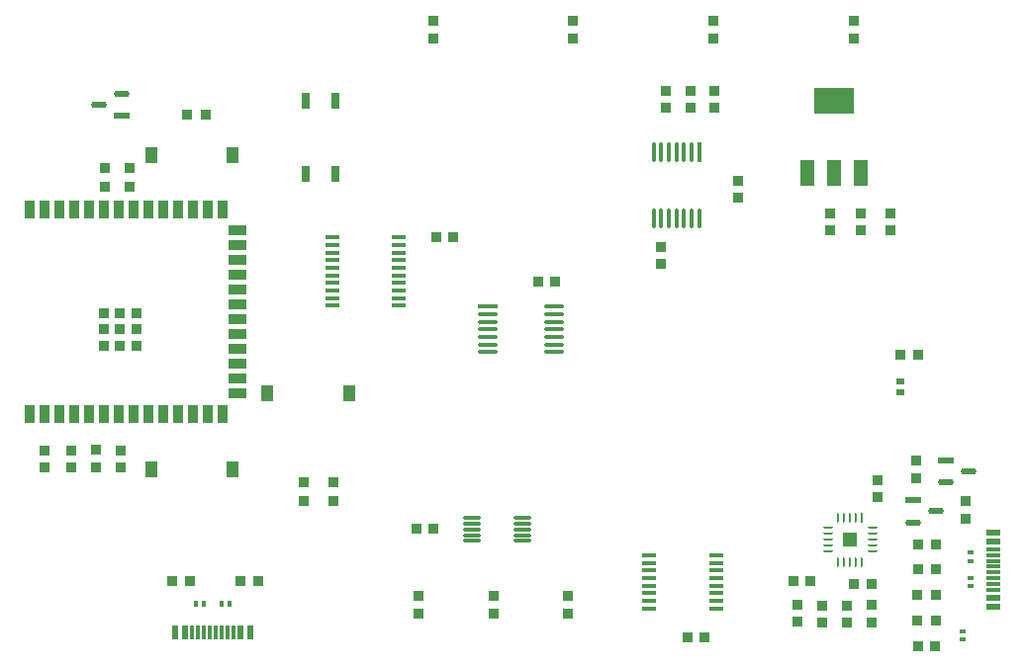
<source format=gbr>
%TF.GenerationSoftware,Altium Limited,Altium Designer,25.8.1 (18)*%
G04 Layer_Color=8421504*
%FSLAX45Y45*%
%MOMM*%
%TF.SameCoordinates,86462A3C-2A55-4F76-B35D-D1350583A7ED*%
%TF.FilePolarity,Positive*%
%TF.FileFunction,Paste,Top*%
%TF.Part,Single*%
G01*
G75*
%TA.AperFunction,SMDPad,CuDef*%
G04:AMPARAMS|DCode=10|XSize=1.65543mm|YSize=0.38077mm|CornerRadius=0.19038mm|HoleSize=0mm|Usage=FLASHONLY|Rotation=0.000|XOffset=0mm|YOffset=0mm|HoleType=Round|Shape=RoundedRectangle|*
%AMROUNDEDRECTD10*
21,1,1.65543,0.00000,0,0,0.0*
21,1,1.27467,0.38077,0,0,0.0*
1,1,0.38077,0.63733,0.00000*
1,1,0.38077,-0.63733,0.00000*
1,1,0.38077,-0.63733,0.00000*
1,1,0.38077,0.63733,0.00000*
%
%ADD10ROUNDEDRECTD10*%
%ADD11R,1.65543X0.38077*%
%ADD12R,0.91213X0.85872*%
%ADD13R,0.95814X0.91213*%
%ADD14R,0.91213X0.95814*%
%ADD15R,0.90000X1.50000*%
G04:AMPARAMS|DCode=16|XSize=1.45mm|YSize=0.3mm|CornerRadius=0.0495mm|HoleSize=0mm|Usage=FLASHONLY|Rotation=180.000|XOffset=0mm|YOffset=0mm|HoleType=Round|Shape=RoundedRectangle|*
%AMROUNDEDRECTD16*
21,1,1.45000,0.20100,0,0,180.0*
21,1,1.35100,0.30000,0,0,180.0*
1,1,0.09900,-0.67550,0.10050*
1,1,0.09900,0.67550,0.10050*
1,1,0.09900,0.67550,-0.10050*
1,1,0.09900,-0.67550,-0.10050*
%
%ADD16ROUNDEDRECTD16*%
%ADD17R,0.85872X0.91213*%
%ADD18R,1.50000X0.90000*%
%TA.AperFunction,BGAPad,CuDef*%
%ADD19R,0.90000X0.90000*%
%TA.AperFunction,SMDPad,CuDef*%
G04:AMPARAMS|DCode=20|XSize=0.4mm|YSize=1.2mm|CornerRadius=0.05mm|HoleSize=0mm|Usage=FLASHONLY|Rotation=270.000|XOffset=0mm|YOffset=0mm|HoleType=Round|Shape=RoundedRectangle|*
%AMROUNDEDRECTD20*
21,1,0.40000,1.10000,0,0,270.0*
21,1,0.30000,1.20000,0,0,270.0*
1,1,0.10000,-0.55000,-0.15000*
1,1,0.10000,-0.55000,0.15000*
1,1,0.10000,0.55000,0.15000*
1,1,0.10000,0.55000,-0.15000*
%
%ADD20ROUNDEDRECTD20*%
%ADD21R,0.24247X0.83971*%
%ADD22R,1.00000X1.40000*%
%ADD23R,0.30000X1.15000*%
G04:AMPARAMS|DCode=25|XSize=1.35712mm|YSize=0.57213mm|CornerRadius=0.28606mm|HoleSize=0mm|Usage=FLASHONLY|Rotation=0.000|XOffset=0mm|YOffset=0mm|HoleType=Round|Shape=RoundedRectangle|*
%AMROUNDEDRECTD25*
21,1,1.35712,0.00000,0,0,0.0*
21,1,0.78499,0.57213,0,0,0.0*
1,1,0.57213,0.39250,0.00000*
1,1,0.57213,-0.39250,0.00000*
1,1,0.57213,-0.39250,0.00000*
1,1,0.57213,0.39250,0.00000*
%
%ADD25ROUNDEDRECTD25*%
G04:AMPARAMS|DCode=26|XSize=0.24247mm|YSize=0.83971mm|CornerRadius=0.12124mm|HoleSize=0mm|Usage=FLASHONLY|Rotation=270.000|XOffset=0mm|YOffset=0mm|HoleType=Round|Shape=RoundedRectangle|*
%AMROUNDEDRECTD26*
21,1,0.24247,0.59723,0,0,270.0*
21,1,0.00000,0.83971,0,0,270.0*
1,1,0.24247,-0.29862,0.00000*
1,1,0.24247,-0.29862,0.00000*
1,1,0.24247,0.29862,0.00000*
1,1,0.24247,0.29862,0.00000*
%
%ADD26ROUNDEDRECTD26*%
%ADD27R,1.35712X0.57213*%
G04:AMPARAMS|DCode=28|XSize=1.65543mm|YSize=0.38077mm|CornerRadius=0.19038mm|HoleSize=0mm|Usage=FLASHONLY|Rotation=270.000|XOffset=0mm|YOffset=0mm|HoleType=Round|Shape=RoundedRectangle|*
%AMROUNDEDRECTD28*
21,1,1.65543,0.00000,0,0,270.0*
21,1,1.27467,0.38077,0,0,270.0*
1,1,0.38077,0.00000,-0.63733*
1,1,0.38077,0.00000,0.63733*
1,1,0.38077,0.00000,0.63733*
1,1,0.38077,0.00000,-0.63733*
%
%ADD28ROUNDEDRECTD28*%
%TA.AperFunction,ConnectorPad*%
%ADD29R,1.15000X0.30000*%
%ADD30R,1.15000X0.60000*%
%TA.AperFunction,SMDPad,CuDef*%
G04:AMPARAMS|DCode=32|XSize=0.83971mm|YSize=0.24247mm|CornerRadius=0.12124mm|HoleSize=0mm|Usage=FLASHONLY|Rotation=270.000|XOffset=0mm|YOffset=0mm|HoleType=Round|Shape=RoundedRectangle|*
%AMROUNDEDRECTD32*
21,1,0.83971,0.00000,0,0,270.0*
21,1,0.59723,0.24247,0,0,270.0*
1,1,0.24247,0.00000,-0.29862*
1,1,0.24247,0.00000,0.29862*
1,1,0.24247,0.00000,0.29862*
1,1,0.24247,0.00000,-0.29862*
%
%ADD32ROUNDEDRECTD32*%
%ADD33R,1.20000X2.20000*%
%ADD34R,0.80000X1.45000*%
%ADD35R,0.70000X0.60000*%
%ADD36R,3.50000X2.20000*%
%ADD38R,0.60000X1.15000*%
%ADD39R,0.38077X1.65543*%
%TA.AperFunction,NonConductor*%
%ADD113R,1.29652X1.29652*%
%TA.AperFunction,SMDPad,CuDef*%
%ADD114R,0.30000X0.60000*%
%ADD115R,0.60000X0.30000*%
D10*
X4613238Y11757080D02*
D03*
Y11692080D02*
D03*
Y11627080D02*
D03*
Y11562080D02*
D03*
Y11497080D02*
D03*
Y11432080D02*
D03*
Y11367080D02*
D03*
X4048162D02*
D03*
Y11432080D02*
D03*
Y11497080D02*
D03*
Y11562080D02*
D03*
Y11627080D02*
D03*
Y11692080D02*
D03*
D11*
Y11757080D02*
D03*
D12*
X698500Y10376972D02*
D03*
X2733040Y10095032D02*
D03*
X2471420D02*
D03*
X3459480Y9282633D02*
D03*
X4097020D02*
D03*
X4732020Y9280093D02*
D03*
X2733040Y10250373D02*
D03*
X2471420D02*
D03*
X988060Y12787429D02*
D03*
X769620D02*
D03*
X698500Y10532313D02*
D03*
X8137083Y10095433D02*
D03*
Y9940092D02*
D03*
X7719060Y10442387D02*
D03*
Y10287046D02*
D03*
X7183120Y14052351D02*
D03*
X5981700D02*
D03*
X4780280D02*
D03*
X3583940D02*
D03*
X7332980Y9048552D02*
D03*
X988060Y12942770D02*
D03*
X3583940Y14207693D02*
D03*
X7183120D02*
D03*
X7332980Y9203893D02*
D03*
X4780280Y14207693D02*
D03*
X5981700D02*
D03*
X769620Y12942770D02*
D03*
X3459480Y9127292D02*
D03*
X4097020D02*
D03*
X4732020Y9124752D02*
D03*
D13*
X3582980Y9852660D02*
D03*
X4626920Y11968480D02*
D03*
X4481520D02*
D03*
X3605220Y12349480D02*
D03*
X5756600Y8923020D02*
D03*
X7875580Y8851900D02*
D03*
X7730180D02*
D03*
X6668460Y9403080D02*
D03*
X3750620Y12349480D02*
D03*
X3437580Y9852660D02*
D03*
X5902000Y8923020D02*
D03*
X6813860Y9403080D02*
D03*
D14*
X259080Y10524797D02*
D03*
X485140Y10527340D02*
D03*
X911860Y10524800D02*
D03*
X6192520Y12836200D02*
D03*
X6977380Y12554260D02*
D03*
X7122160Y9198920D02*
D03*
X6913880Y9198919D02*
D03*
X6700520Y9201460D02*
D03*
X6977380Y12408860D02*
D03*
X7495540D02*
D03*
X7239000D02*
D03*
X5989320Y13605820D02*
D03*
X5783580D02*
D03*
X6192520Y12690800D02*
D03*
X7386320Y10273340D02*
D03*
X5577840Y13605820D02*
D03*
X5534660Y12121841D02*
D03*
X6913880Y9053520D02*
D03*
X7122160Y9053520D02*
D03*
X6700520Y9056060D02*
D03*
X911860Y10379400D02*
D03*
X485140Y10381940D02*
D03*
X259080Y10379403D02*
D03*
X5534660Y12267239D02*
D03*
X7239000Y12554260D02*
D03*
X7495540D02*
D03*
X7386320Y10127940D02*
D03*
X5989320Y13460422D02*
D03*
X5783580D02*
D03*
X5577840D02*
D03*
D15*
X256403Y10838200D02*
D03*
X383403D02*
D03*
X510403D02*
D03*
X637403D02*
D03*
X764403D02*
D03*
X891403D02*
D03*
X1018403D02*
D03*
X1145403D02*
D03*
X1272403D02*
D03*
X1399403D02*
D03*
X1526403D02*
D03*
X1653403D02*
D03*
X1780403D02*
D03*
X1653403Y12588199D02*
D03*
X1526403D02*
D03*
X1399403D02*
D03*
X1272403D02*
D03*
X1145403D02*
D03*
X1018403D02*
D03*
X891403D02*
D03*
X764403D02*
D03*
X510403D02*
D03*
X383403D02*
D03*
X256403D02*
D03*
X637403D02*
D03*
X1780403D02*
D03*
X129403Y10838200D02*
D03*
Y12588199D02*
D03*
D16*
X3910040Y9850120D02*
D03*
Y9750120D02*
D03*
Y9800123D02*
D03*
X4350040Y9850120D02*
D03*
X3910040Y9900122D02*
D03*
Y9950120D02*
D03*
X4350040D02*
D03*
Y9900122D02*
D03*
Y9800123D02*
D03*
Y9750120D02*
D03*
D17*
X7735768Y11348720D02*
D03*
X1479352Y13406120D02*
D03*
X7727752Y9291320D02*
D03*
X7730289Y9509760D02*
D03*
X7885631D02*
D03*
X7883093Y9291320D02*
D03*
X7885633Y9723120D02*
D03*
X7883093Y9070340D02*
D03*
X7336993Y9385300D02*
D03*
X7181652D02*
D03*
X7580427Y11348720D02*
D03*
X7730292Y9723120D02*
D03*
X7727752Y9070340D02*
D03*
X1934007Y9403639D02*
D03*
X1505148D02*
D03*
X1634693Y13406120D02*
D03*
X2089348Y9403639D02*
D03*
X1349807D02*
D03*
D18*
X1905401Y11014700D02*
D03*
Y11141700D02*
D03*
Y11268700D02*
D03*
Y11395700D02*
D03*
Y11522700D02*
D03*
Y11649700D02*
D03*
Y11776700D02*
D03*
Y11903700D02*
D03*
Y12030700D02*
D03*
Y12157700D02*
D03*
Y12284700D02*
D03*
Y12411700D02*
D03*
D19*
X761401Y11423198D02*
D03*
X901400D02*
D03*
X761401Y11703202D02*
D03*
Y11563198D02*
D03*
X901400Y11703202D02*
D03*
Y11563198D02*
D03*
X1041400D02*
D03*
Y11423198D02*
D03*
Y11703202D02*
D03*
D20*
X5432542Y9563039D02*
D03*
Y9498040D02*
D03*
X3287278Y11894881D02*
D03*
X2717282Y12024878D02*
D03*
Y12284878D02*
D03*
X3287278Y11764879D02*
D03*
X2717282Y11894881D02*
D03*
Y12154880D02*
D03*
X3287278Y12349881D02*
D03*
X5432542Y9173042D02*
D03*
X2717282Y12219879D02*
D03*
Y12089882D02*
D03*
Y11959880D02*
D03*
Y11829882D02*
D03*
X3287278Y12219879D02*
D03*
Y12154880D02*
D03*
Y12089882D02*
D03*
Y12024878D02*
D03*
Y11959880D02*
D03*
Y11829882D02*
D03*
X2717282Y12349881D02*
D03*
X3287278Y12284878D02*
D03*
X2717282Y11764879D02*
D03*
X6002538Y9628043D02*
D03*
Y9563039D02*
D03*
Y9498040D02*
D03*
X5432542Y9628043D02*
D03*
Y9433042D02*
D03*
Y9368038D02*
D03*
Y9303040D02*
D03*
Y9238041D02*
D03*
X6002538Y9433042D02*
D03*
Y9368038D02*
D03*
Y9303040D02*
D03*
Y9238041D02*
D03*
Y9173042D02*
D03*
D21*
X7250100Y9952772D02*
D03*
D22*
X1166896Y10365740D02*
D03*
X1866900D02*
D03*
Y13055600D02*
D03*
X2164598Y11013440D02*
D03*
X2864602D02*
D03*
X1166896Y13055600D02*
D03*
D23*
X1621917Y8965763D02*
D03*
X1721917D02*
D03*
X1671919D02*
D03*
X1771919D02*
D03*
X1871919D02*
D03*
X1821917D02*
D03*
X1571920D02*
D03*
X1521917D02*
D03*
D25*
X7881620Y10005060D02*
D03*
X8163560Y10347960D02*
D03*
X7973446Y10252959D02*
D03*
X7691506Y9910059D02*
D03*
X912935Y13582401D02*
D03*
X722825Y13487399D02*
D03*
D26*
X7341652Y9711223D02*
D03*
X6958548D02*
D03*
Y9761220D02*
D03*
X7341652Y9811222D02*
D03*
Y9761220D02*
D03*
X6958548Y9861220D02*
D03*
Y9811222D02*
D03*
X7341652Y9661220D02*
D03*
Y9861220D02*
D03*
X6958548Y9661220D02*
D03*
D27*
X7973446Y10442961D02*
D03*
X7691506Y10100061D02*
D03*
X912935Y13392400D02*
D03*
D28*
X5859201Y12513981D02*
D03*
X5794202D02*
D03*
X5664200D02*
D03*
X5469199Y13079059D02*
D03*
X5534198Y12513981D02*
D03*
X5729199D02*
D03*
X5599201D02*
D03*
X5469199D02*
D03*
X5534198Y13079059D02*
D03*
X5599201D02*
D03*
X5664200D02*
D03*
X5729199D02*
D03*
X5794202D02*
D03*
D29*
X8374781Y9529679D02*
D03*
Y9579681D02*
D03*
Y9429679D02*
D03*
Y9479681D02*
D03*
Y9329679D02*
D03*
Y9379682D02*
D03*
Y9629678D02*
D03*
Y9679681D02*
D03*
D30*
Y9744680D02*
D03*
Y9264680D02*
D03*
Y9184681D02*
D03*
Y9824679D02*
D03*
D32*
X7100098Y9569668D02*
D03*
X7150100Y9952772D02*
D03*
Y9569668D02*
D03*
X7200097Y9952772D02*
D03*
X7100098D02*
D03*
X7050100D02*
D03*
X7200097Y9569668D02*
D03*
X7250100D02*
D03*
X7050100D02*
D03*
D33*
X6780400Y12905620D02*
D03*
X7010400D02*
D03*
X7240400D02*
D03*
D34*
X2489200Y12895499D02*
D03*
X2743200Y13520502D02*
D03*
X2489200D02*
D03*
X2743200Y12895499D02*
D03*
D35*
X7579360Y11119358D02*
D03*
Y11024362D02*
D03*
D36*
X7010400Y13525620D02*
D03*
D38*
X2016917Y8965763D02*
D03*
X1376919D02*
D03*
X1456919D02*
D03*
X1936918D02*
D03*
D39*
X5859201Y13079059D02*
D03*
D113*
X7150100Y9761220D02*
D03*
D114*
X1619402Y9208059D02*
D03*
X1773479D02*
D03*
X1843481D02*
D03*
X1549400D02*
D03*
D115*
X8181340Y9578900D02*
D03*
Y9430462D02*
D03*
X8110220Y8978341D02*
D03*
Y8908339D02*
D03*
X8181340Y9360460D02*
D03*
Y9648902D02*
D03*
%TF.MD5,8ce37c590d9a8131b045448d67d8b995*%
M02*

</source>
